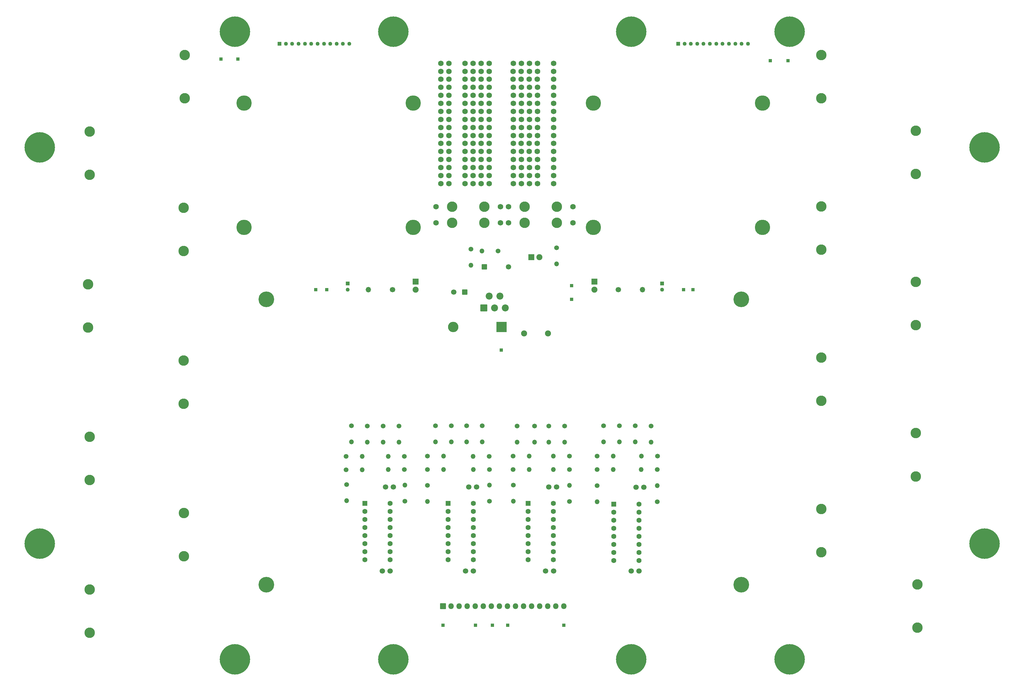
<source format=gbs>
%TF.GenerationSoftware,KiCad,Pcbnew,(6.0.5)*%
%TF.CreationDate,2022-05-16T01:41:45-07:00*%
%TF.ProjectId,lta-power-module,6c74612d-706f-4776-9572-2d6d6f64756c,rev?*%
%TF.SameCoordinates,Original*%
%TF.FileFunction,Soldermask,Bot*%
%TF.FilePolarity,Negative*%
%FSLAX46Y46*%
G04 Gerber Fmt 4.6, Leading zero omitted, Abs format (unit mm)*
G04 Created by KiCad (PCBNEW (6.0.5)) date 2022-05-16 01:41:45*
%MOMM*%
%LPD*%
G01*
G04 APERTURE LIST*
G04 Aperture macros list*
%AMRoundRect*
0 Rectangle with rounded corners*
0 $1 Rounding radius*
0 $2 $3 $4 $5 $6 $7 $8 $9 X,Y pos of 4 corners*
0 Add a 4 corners polygon primitive as box body*
4,1,4,$2,$3,$4,$5,$6,$7,$8,$9,$2,$3,0*
0 Add four circle primitives for the rounded corners*
1,1,$1+$1,$2,$3*
1,1,$1+$1,$4,$5*
1,1,$1+$1,$6,$7*
1,1,$1+$1,$8,$9*
0 Add four rect primitives between the rounded corners*
20,1,$1+$1,$2,$3,$4,$5,0*
20,1,$1+$1,$4,$5,$6,$7,0*
20,1,$1+$1,$6,$7,$8,$9,0*
20,1,$1+$1,$8,$9,$2,$3,0*%
G04 Aperture macros list end*
%ADD10C,3.302000*%
%ADD11C,4.953000*%
%ADD12C,4.826000*%
%ADD13C,1.730000*%
%ADD14RoundRect,0.150000X-0.400000X-0.400000X0.400000X-0.400000X0.400000X0.400000X-0.400000X0.400000X0*%
%ADD15C,1.500000*%
%ADD16O,1.500000X1.500000*%
%ADD17RoundRect,0.050000X0.800000X0.800000X-0.800000X0.800000X-0.800000X-0.800000X0.800000X-0.800000X0*%
%ADD18C,1.700000*%
%ADD19C,3.300000*%
%ADD20C,9.600000*%
%ADD21RoundRect,0.050000X-0.790000X0.790000X-0.790000X-0.790000X0.790000X-0.790000X0.790000X0.790000X0*%
%ADD22C,1.680000*%
%ADD23RoundRect,0.050000X-0.575000X0.575000X-0.575000X-0.575000X0.575000X-0.575000X0.575000X0.575000X0*%
%ADD24C,1.250000*%
%ADD25C,1.900000*%
%ADD26RoundRect,0.050000X-0.750000X-0.750000X0.750000X-0.750000X0.750000X0.750000X-0.750000X0.750000X0*%
%ADD27C,1.600000*%
%ADD28O,1.700000X1.700000*%
%ADD29RoundRect,0.050000X-0.900000X0.900000X-0.900000X-0.900000X0.900000X-0.900000X0.900000X0.900000X0*%
%ADD30RoundRect,0.050000X-0.575000X-0.575000X0.575000X-0.575000X0.575000X0.575000X-0.575000X0.575000X0*%
%ADD31RoundRect,0.050000X1.600000X1.600000X-1.600000X1.600000X-1.600000X-1.600000X1.600000X-1.600000X0*%
%ADD32O,3.300000X3.300000*%
%ADD33RoundRect,0.050000X-0.900000X-0.900000X0.900000X-0.900000X0.900000X0.900000X-0.900000X0.900000X0*%
%ADD34RoundRect,0.050000X0.850000X-0.850000X0.850000X0.850000X-0.850000X0.850000X-0.850000X-0.850000X0*%
%ADD35O,1.800000X1.800000*%
%ADD36RoundRect,0.050000X-1.050000X-1.050000X1.050000X-1.050000X1.050000X1.050000X-1.050000X1.050000X0*%
%ADD37C,2.200000*%
G04 APERTURE END LIST*
D10*
X277683000Y-196400600D03*
X277683000Y-182760800D03*
X307523000Y-111173000D03*
X307523000Y-124812800D03*
X76644000Y-135938428D03*
X76644000Y-149578228D03*
X47023000Y-221852600D03*
X47023000Y-208212800D03*
X47023000Y-77379457D03*
X47023000Y-63739657D03*
X307523000Y-158873000D03*
X307523000Y-172512800D03*
X308023000Y-206573000D03*
X308023000Y-220212800D03*
X277683000Y-148700600D03*
X277683000Y-135060800D03*
X307523000Y-63473000D03*
X307523000Y-77112800D03*
X277683000Y-53300600D03*
X277683000Y-39660800D03*
X76984000Y-39623000D03*
X76984000Y-53262800D03*
X46523000Y-125537171D03*
X46523000Y-111897371D03*
X277683000Y-101000600D03*
X277683000Y-87360800D03*
X76644000Y-87780714D03*
X76644000Y-101420514D03*
X47023000Y-173694885D03*
X47023000Y-160055085D03*
X76683000Y-184096142D03*
X76683000Y-197735942D03*
D11*
X102683000Y-206712800D03*
X102683000Y-116669800D03*
X252523000Y-206712800D03*
X252523000Y-116669800D03*
D12*
X95683000Y-54750600D03*
X149023000Y-93942800D03*
X95683000Y-93942800D03*
X149023000Y-54750600D03*
X205858000Y-54750600D03*
X259198000Y-93942800D03*
X205858000Y-93942800D03*
X259198000Y-54750600D03*
D13*
X170423000Y-47290218D03*
X157723000Y-67519890D03*
D14*
X88392000Y-40894000D03*
D13*
X172963000Y-52347636D03*
D15*
X198313000Y-166142800D03*
D16*
X193233000Y-166142800D03*
D17*
X165273000Y-114392800D03*
D18*
X161773000Y-114392800D03*
D13*
X188203000Y-54876346D03*
X172963000Y-70048599D03*
X180583000Y-70048600D03*
X167883000Y-77634726D03*
D19*
X171439000Y-87444800D03*
D13*
X167883000Y-44761509D03*
X170423000Y-80163436D03*
D20*
X92798900Y-32219900D03*
D13*
X172963000Y-80163436D03*
X183123000Y-54876346D03*
X160263000Y-49818927D03*
X165343000Y-54876345D03*
X193283000Y-70048600D03*
X180583000Y-54876346D03*
X170423000Y-59933763D03*
D20*
X142786100Y-32219900D03*
D13*
X170423000Y-57405054D03*
D14*
X267208000Y-41402000D03*
D13*
X188203000Y-42232801D03*
D14*
X93726000Y-40894000D03*
X173998000Y-219444000D03*
D13*
X172963000Y-64991181D03*
X193283000Y-67519891D03*
D15*
X128023000Y-175102800D03*
D16*
X128023000Y-180182800D03*
D21*
X171463000Y-106392800D03*
D22*
X179083000Y-106392800D03*
D13*
X172963000Y-67519890D03*
X193283000Y-64991182D03*
D19*
X194299000Y-87444800D03*
D13*
X185649666Y-44761510D03*
X188143000Y-67519891D03*
X185623000Y-47290219D03*
X170423000Y-70048599D03*
X160263000Y-75106017D03*
X185631000Y-70048600D03*
D19*
X184139000Y-92524800D03*
D13*
X180543000Y-44761510D03*
X167883000Y-59933763D03*
D15*
X226063000Y-166142800D03*
D16*
X220983000Y-166142800D03*
D23*
X227523000Y-111642800D03*
D24*
X227523000Y-113642801D03*
D13*
X165343000Y-64991181D03*
D19*
X184139000Y-87485122D03*
D13*
X165343000Y-52347636D03*
X167883000Y-42232800D03*
X170423000Y-49818927D03*
X172963000Y-62462472D03*
D18*
X169023000Y-175892800D03*
X166523000Y-175892800D03*
D13*
X180583000Y-67519891D03*
X185663000Y-54876346D03*
X183123000Y-42232801D03*
X180583000Y-80163436D03*
D25*
X191523000Y-127392800D03*
X184023000Y-127392800D03*
D13*
X157723000Y-52347636D03*
X156199000Y-87444800D03*
X156199000Y-92524800D03*
D15*
X139523000Y-156602800D03*
D16*
X139523000Y-161682800D03*
D13*
X185663000Y-57405055D03*
X172963000Y-57405054D03*
X180583000Y-59933764D03*
D19*
X194299000Y-92524800D03*
D13*
X170423000Y-52347636D03*
X188203000Y-75106018D03*
X165343000Y-75106017D03*
X170423000Y-67519890D03*
X167883000Y-67519890D03*
X167883000Y-72577308D03*
X160263000Y-62462472D03*
X183123000Y-49818928D03*
D14*
X121773000Y-113642800D03*
D19*
X161279000Y-92524800D03*
X171439000Y-92524800D03*
D13*
X165343000Y-77634726D03*
D15*
X129523000Y-156562800D03*
D16*
X129523000Y-161642800D03*
D13*
X179059000Y-92524800D03*
X157723000Y-59933763D03*
D26*
X160053000Y-181002800D03*
D27*
X160053000Y-183542800D03*
X160053000Y-186082800D03*
X160053000Y-188622800D03*
X160053000Y-191162800D03*
X160053000Y-193702800D03*
X160053000Y-196242800D03*
X160053000Y-198782800D03*
X167993000Y-198782800D03*
X167993000Y-196242800D03*
X167993000Y-193702800D03*
X167993000Y-191162800D03*
X167993000Y-188622800D03*
X167993000Y-186082800D03*
X167993000Y-183542800D03*
X167993000Y-181002800D03*
D13*
X185663000Y-72577309D03*
D15*
X196773000Y-156602800D03*
D16*
X196773000Y-161682800D03*
D15*
X161023000Y-156552800D03*
D16*
X161023000Y-161632800D03*
D13*
X172963000Y-75106017D03*
X176519000Y-87444800D03*
D18*
X220273000Y-202392800D03*
X217773000Y-202392800D03*
D13*
X157723000Y-54876345D03*
X165343000Y-57405054D03*
X160263000Y-70048599D03*
D20*
X267754100Y-230212900D03*
D13*
X165343000Y-72577308D03*
D14*
X178816000Y-219456000D03*
D18*
X142523000Y-113642800D03*
D28*
X134903000Y-113642800D03*
D13*
X160263000Y-42232800D03*
D15*
X224023000Y-156602800D03*
D16*
X224023000Y-161682800D03*
D13*
X185663000Y-80163436D03*
X183107000Y-70048600D03*
X167883000Y-57405054D03*
X193283000Y-57405055D03*
D18*
X194273000Y-175892800D03*
X191773000Y-175892800D03*
D13*
X193283000Y-42232801D03*
X180583000Y-57405055D03*
D19*
X161279000Y-87444800D03*
D26*
X133803000Y-181002800D03*
D27*
X133803000Y-183542800D03*
X133803000Y-186082800D03*
X133803000Y-188622800D03*
X133803000Y-191162800D03*
X133803000Y-193702800D03*
X133803000Y-196242800D03*
X133803000Y-198782800D03*
X141743000Y-198782800D03*
X141743000Y-196242800D03*
X141743000Y-193702800D03*
X141743000Y-191162800D03*
X141743000Y-188622800D03*
X141743000Y-186082800D03*
X141743000Y-183542800D03*
X141743000Y-181002800D03*
D29*
X149773000Y-111117800D03*
D25*
X149773000Y-113657800D03*
D14*
X196545200Y-219456000D03*
D13*
X167883000Y-70048599D03*
X183123000Y-64991182D03*
X165343000Y-80163436D03*
X188163000Y-47290219D03*
X167883000Y-52347636D03*
D14*
X118273000Y-113642800D03*
X234273000Y-113642800D03*
D13*
X180583000Y-77634727D03*
X188203000Y-59933764D03*
X165343000Y-62462472D03*
D15*
X194273000Y-100392800D03*
D16*
X194273000Y-105472800D03*
D15*
X214023000Y-156562800D03*
D16*
X214023000Y-161642800D03*
D13*
X157723000Y-42232800D03*
D14*
X168656000Y-219456000D03*
D20*
X142786100Y-230212900D03*
D30*
X232590000Y-36052000D03*
D24*
X234590001Y-36052000D03*
X236590000Y-36052000D03*
X238590001Y-36052000D03*
X240589999Y-36052000D03*
X242590000Y-36052000D03*
X244589999Y-36052000D03*
X246590000Y-36052000D03*
X248590001Y-36052000D03*
X250590000Y-36052000D03*
X252590001Y-36052000D03*
X254589999Y-36052000D03*
D13*
X185663000Y-42232801D03*
X170423000Y-42232800D03*
D31*
X176893000Y-125392800D03*
D32*
X161653000Y-125392800D03*
D29*
X206198000Y-111121301D03*
D25*
X206198000Y-113661301D03*
D13*
X180583000Y-62462473D03*
D20*
X92798900Y-230212900D03*
D18*
X141773000Y-202392800D03*
X139273000Y-202392800D03*
D13*
X157723000Y-72577308D03*
D30*
X106881499Y-36068000D03*
D24*
X108881500Y-36068000D03*
X110881499Y-36068000D03*
X112881500Y-36068000D03*
X114881498Y-36068000D03*
X116881499Y-36068000D03*
X118881498Y-36068000D03*
X120881499Y-36068000D03*
X122881500Y-36068000D03*
X124881499Y-36068000D03*
X126881500Y-36068000D03*
X128881498Y-36068000D03*
D20*
X329209400Y-193700400D03*
D13*
X193283000Y-44761510D03*
X185623000Y-67519891D03*
X157723000Y-47290218D03*
X188203000Y-64991182D03*
D20*
X267754100Y-32219900D03*
D14*
X176773000Y-132642800D03*
D15*
X173063000Y-170392800D03*
D16*
X167983000Y-170392800D03*
D13*
X193283000Y-52347637D03*
X165343000Y-47290218D03*
X185663000Y-49818928D03*
D15*
X127893000Y-166192800D03*
D16*
X132973000Y-166192800D03*
D13*
X183123000Y-57405055D03*
X172963000Y-54876345D03*
X183123000Y-72577309D03*
D15*
X206983000Y-170392800D03*
D16*
X212063000Y-170392800D03*
D13*
X167883000Y-75106017D03*
X185663000Y-77634727D03*
X165343000Y-44761509D03*
X170423000Y-44761509D03*
X180583000Y-42232801D03*
X188203000Y-77634727D03*
X199379000Y-92524800D03*
D20*
X31216600Y-68732400D03*
D13*
X170423000Y-54876345D03*
X180543000Y-47290219D03*
X188203000Y-49818928D03*
X157723000Y-80163436D03*
D20*
X217766900Y-230212900D03*
D13*
X157723000Y-49818927D03*
X160263000Y-72577308D03*
X172963000Y-77634726D03*
D18*
X221773000Y-175972800D03*
X219273000Y-175972800D03*
D13*
X160263000Y-67519890D03*
D15*
X180483000Y-166142800D03*
D16*
X185563000Y-166142800D03*
D15*
X144523000Y-156602800D03*
D16*
X144523000Y-161682800D03*
D13*
X160263000Y-64991181D03*
X183123000Y-77634727D03*
X188155000Y-70048600D03*
X188203000Y-52347637D03*
X172963000Y-42232800D03*
D15*
X219023000Y-156562800D03*
D16*
X219023000Y-161642800D03*
D13*
X157723000Y-70048599D03*
X165343000Y-67519890D03*
X157723000Y-64991181D03*
D15*
X206983000Y-166142800D03*
D16*
X212063000Y-166142800D03*
D20*
X31216600Y-193700400D03*
D13*
X193283000Y-49818928D03*
D15*
X198273000Y-180392800D03*
D16*
X198273000Y-175312800D03*
D15*
X180483000Y-170392800D03*
D16*
X185563000Y-170392800D03*
D33*
X186273000Y-103392800D03*
D25*
X188813000Y-103392800D03*
D13*
X172963000Y-59933763D03*
X172963000Y-47290218D03*
X185663000Y-64991182D03*
D34*
X158433000Y-213442800D03*
D35*
X160973000Y-213442800D03*
X163513000Y-213442800D03*
X166053000Y-213442800D03*
X168593000Y-213442800D03*
X171133000Y-213442800D03*
X173673000Y-213442800D03*
X176213000Y-213442800D03*
X178753000Y-213442800D03*
X181293000Y-213442800D03*
X183833000Y-213442800D03*
X186373000Y-213442800D03*
X188913000Y-213442800D03*
X191453000Y-213442800D03*
X193993000Y-213442800D03*
X196533000Y-213442800D03*
D13*
X172963000Y-49818927D03*
D15*
X226023000Y-180472800D03*
D16*
X226023000Y-175392800D03*
D13*
X157723000Y-77634726D03*
X188203000Y-44761510D03*
X160263000Y-44761509D03*
X157723000Y-44761509D03*
D18*
X213698000Y-113621301D03*
D28*
X221318000Y-113621301D03*
D15*
X127893000Y-170442800D03*
D16*
X132973000Y-170442800D03*
D13*
X183103000Y-67519891D03*
X188203000Y-57405055D03*
D18*
X142773000Y-175892800D03*
X140273000Y-175892800D03*
D13*
X170423000Y-72577308D03*
X160263000Y-57405054D03*
D15*
X165863000Y-156552800D03*
D16*
X165863000Y-161632800D03*
D13*
X199379000Y-87444800D03*
D15*
X167273000Y-100852800D03*
D16*
X167273000Y-105932800D03*
D15*
X146363000Y-180342800D03*
D16*
X146363000Y-175262800D03*
D13*
X165343000Y-70048599D03*
D15*
X181773000Y-156642800D03*
D16*
X181773000Y-161722800D03*
D13*
X160263000Y-54876345D03*
X183123000Y-52347637D03*
D14*
X237273000Y-113642800D03*
D13*
X172963000Y-44761509D03*
D15*
X173113000Y-180382800D03*
D16*
X173113000Y-175302800D03*
D13*
X188203000Y-80163436D03*
D15*
X146223000Y-170392800D03*
D16*
X141143000Y-170392800D03*
D15*
X187273000Y-156642800D03*
D16*
X187273000Y-161722800D03*
D13*
X185663000Y-52347637D03*
D14*
X199023000Y-116642800D03*
D13*
X176519000Y-92524800D03*
X165343000Y-42232800D03*
X180583000Y-72577309D03*
X180583000Y-75106018D03*
D15*
X170773000Y-156552800D03*
D16*
X170773000Y-161632800D03*
D13*
X180583000Y-52347637D03*
D15*
X175813000Y-101392800D03*
D16*
X170733000Y-101392800D03*
D13*
X172963000Y-72577308D03*
X179059000Y-87444800D03*
X160263000Y-80163436D03*
X180583000Y-49818928D03*
X160263000Y-47290218D03*
D15*
X180613000Y-175302800D03*
D16*
X180613000Y-180382800D03*
D36*
X171273000Y-119392800D03*
D37*
X172973000Y-115692800D03*
X174673000Y-119392800D03*
X176373000Y-115692800D03*
X178073000Y-119392800D03*
D13*
X167883000Y-80163436D03*
X193283000Y-54876346D03*
X160263000Y-77634726D03*
X183123000Y-80163436D03*
D15*
X134523000Y-156602800D03*
D16*
X134523000Y-161682800D03*
D13*
X193283000Y-47290219D03*
X183123000Y-59933764D03*
X160263000Y-59933763D03*
X167883000Y-54876345D03*
D15*
X153483000Y-166142800D03*
D16*
X158563000Y-166142800D03*
D15*
X207023000Y-175432800D03*
D16*
X207023000Y-180512800D03*
D13*
X167883000Y-47290218D03*
D26*
X185303000Y-181002800D03*
D27*
X185303000Y-183542800D03*
X185303000Y-186082800D03*
X185303000Y-188622800D03*
X185303000Y-191162800D03*
X185303000Y-193702800D03*
X185303000Y-196242800D03*
X185303000Y-198782800D03*
X193243000Y-198782800D03*
X193243000Y-196242800D03*
X193243000Y-193702800D03*
X193243000Y-191162800D03*
X193243000Y-188622800D03*
X193243000Y-186082800D03*
X193243000Y-183542800D03*
X193243000Y-181002800D03*
D26*
X212303000Y-181252800D03*
D27*
X212303000Y-183792800D03*
X212303000Y-186332800D03*
X212303000Y-188872800D03*
X212303000Y-191412800D03*
X212303000Y-193952800D03*
X212303000Y-196492800D03*
X212303000Y-199032800D03*
X220243000Y-199032800D03*
X220243000Y-196492800D03*
X220243000Y-193952800D03*
X220243000Y-191412800D03*
X220243000Y-188872800D03*
X220243000Y-186332800D03*
X220243000Y-183792800D03*
X220243000Y-181252800D03*
D15*
X156023000Y-156552800D03*
D16*
X156023000Y-161632800D03*
D13*
X193283000Y-75106018D03*
D15*
X153523000Y-175352800D03*
D16*
X153523000Y-180432800D03*
D13*
X157723000Y-62462472D03*
X183083000Y-47290219D03*
X170423000Y-75106017D03*
X193283000Y-59933764D03*
X193283000Y-77634727D03*
D18*
X168023000Y-202392800D03*
X165523000Y-202392800D03*
D15*
X209023000Y-156562800D03*
D16*
X209023000Y-161642800D03*
D14*
X158445200Y-219456000D03*
D15*
X173023000Y-166192800D03*
D16*
X167943000Y-166192800D03*
D23*
X128348000Y-111664299D03*
D24*
X128348000Y-113664300D03*
D13*
X157723000Y-57405054D03*
X160263000Y-52347636D03*
X193283000Y-80163436D03*
X167883000Y-49818927D03*
X165343000Y-59933763D03*
X185663000Y-62462473D03*
X183096333Y-44761510D03*
D15*
X191773000Y-156642800D03*
D16*
X191773000Y-161722800D03*
D13*
X170423000Y-64991181D03*
X167883000Y-62462472D03*
X185663000Y-75106018D03*
X193283000Y-72577309D03*
D15*
X198313000Y-170392800D03*
D16*
X193233000Y-170392800D03*
D13*
X183123000Y-62462473D03*
X157723000Y-75106017D03*
X167883000Y-64991181D03*
D15*
X226023000Y-170392800D03*
D16*
X220943000Y-170392800D03*
D13*
X180583000Y-64991182D03*
D14*
X261620000Y-41402000D03*
D15*
X153483000Y-170342800D03*
D16*
X158563000Y-170342800D03*
D20*
X329209400Y-68732400D03*
D18*
X193273000Y-202392800D03*
X190773000Y-202392800D03*
D13*
X193283000Y-62462473D03*
X185663000Y-59933764D03*
X183123000Y-75106018D03*
D20*
X217766900Y-32219900D03*
D13*
X170423000Y-77634726D03*
X165343000Y-49818927D03*
D15*
X146223000Y-166192800D03*
D16*
X141143000Y-166192800D03*
D13*
X170423000Y-62462472D03*
X188203000Y-62462473D03*
X188203000Y-72577309D03*
D14*
X199023000Y-112392800D03*
M02*

</source>
